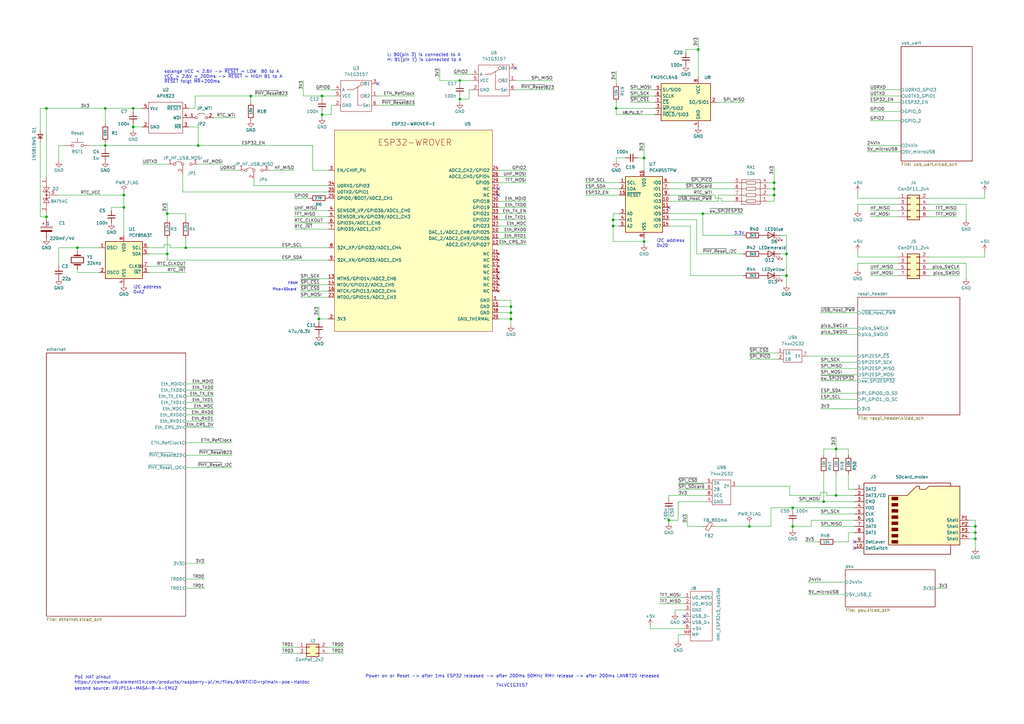
<source format=kicad_sch>
(kicad_sch (version 20211123) (generator eeschema)
  (paper "A3")
  (title_block (title "EsPiFF ESP32 in RasPi form factor") (date "2022-06-07") (rev "3"))
  (junction (at 130.81 130.81))
  (junction (at 19.05 44.45))
  (junction (at 50.8 85.09))
  (junction (at 43.18 59.69))
  (junction (at 251.46 90.17))
  (junction (at 317.5 77.47))
  (junction (at 81.28 59.69))
  (junction (at 31.75 101.6))
  (junction (at 325.12 208.28))
  (junction (at 68.58 87.63))
  (junction (at 325.12 215.9))
  (junction (at 188.595 40.64))
  (junction (at 188.595 33.02))
  (junction (at 307.34 215.9))
  (junction (at 68.58 104.14))
  (junction (at 76.2 101.6))
  (junction (at 288.29 87.63))
  (junction (at 209.55 125.73))
  (junction (at 264.16 64.77))
  (junction (at 251.46 92.71))
  (junction (at 322.58 104.14))
  (junction (at 19.05 88.9))
  (junction (at 43.18 44.45))
  (junction (at 317.5 74.93))
  (junction (at 50.8 80.01))
  (junction (at 317.5 80.01))
  (junction (at 322.58 113.03))
  (junction (at 102.87 39.37))
  (junction (at 400.05 215.9))
  (junction (at 264.16 99.06))
  (junction (at 252.73 44.45))
  (junction (at 132.08 46.99))
  (junction (at 54.61 52.07))
  (junction (at 342.9 203.2))
  (junction (at 274.32 213.36))
  (junction (at 400.05 220.98))
  (junction (at 209.55 130.81))
  (junction (at 342.9 184.15))
  (junction (at 286.385 20.32))
  (junction (at 54.61 44.45))
  (junction (at 337.82 205.74))
  (junction (at 209.55 128.27))
  (junction (at 400.05 218.44))
  (junction (at 132.08 39.37))
  (no_connect (at 211.455 27.94))
  (no_connect (at 350.52 222.25))
  (no_connect (at 350.52 224.79))
  (no_connect (at 280.67 255.27))
  (no_connect (at 280.67 252.73))
  (no_connect (at 204.47 77.47))
  (no_connect (at 204.47 80.01))
  (no_connect (at 154.94 34.29))
  (no_connect (at 274.32 85.09))
  (wire (pts (xy 102.87 39.37) (xy 102.87 41.91)))
  (wire (pts (xy 69.85 101.6) (xy 69.85 100.33)))
  (wire (pts (xy 295.91 82.55) (xy 300.99 82.55)))
  (wire (pts (xy 43.18 59.69) (xy 81.28 59.69)))
  (wire (pts (xy 281.94 210.82) (xy 281.94 215.9)))
  (wire (pts (xy 278.13 213.36) (xy 274.32 213.36)))
  (wire (pts (xy 204.47 95.25) (xy 215.9 95.25)))
  (wire (pts (xy 188.595 39.37) (xy 188.595 40.64)))
  (wire (pts (xy 307.34 144.78) (xy 318.77 144.78)))
  (wire (pts (xy 396.24 83.82) (xy 396.24 90.17)))
  (wire (pts (xy 397.51 213.36) (xy 400.05 213.36)))
  (wire (pts (xy 19.05 87.63) (xy 19.05 88.9)))
  (wire (pts (xy 381 81.28) (xy 403.86 81.28)))
  (wire (pts (xy 209.55 128.27) (xy 209.55 130.81)))
  (wire (pts (xy 355.6 62.23) (xy 369.57 62.23)))
  (wire (pts (xy 24.13 80.01) (xy 50.8 80.01)))
  (wire (pts (xy 350.52 218.44) (xy 347.98 218.44)))
  (wire (pts (xy 347.98 184.15) (xy 347.98 186.69)))
  (wire (pts (xy 19.05 44.45) (xy 43.18 44.45)))
  (wire (pts (xy 76.2 181.61) (xy 95.25 181.61)))
  (wire (pts (xy 317.5 74.93) (xy 317.5 77.47)))
  (wire (pts (xy 351.79 107.95) (xy 351.79 110.49)))
  (wire (pts (xy 381 105.41) (xy 403.86 105.41)))
  (wire (pts (xy 60.96 104.14) (xy 68.58 104.14)))
  (wire (pts (xy 115.57 267.97) (xy 121.92 267.97)))
  (wire (pts (xy 188.595 33.02) (xy 193.675 33.02)))
  (wire (pts (xy 76.2 172.72) (xy 87.63 172.72)))
  (wire (pts (xy 317.5 67.945) (xy 317.5 74.93)))
  (wire (pts (xy 134.62 267.97) (xy 140.97 267.97)))
  (wire (pts (xy 19.05 88.9) (xy 19.05 90.17)))
  (wire (pts (xy 76.2 167.64) (xy 87.63 167.64)))
  (wire (pts (xy 134.62 106.68) (xy 68.58 106.68)))
  (wire (pts (xy 331.47 238.76) (xy 346.71 238.76)))
  (wire (pts (xy 76.2 241.3) (xy 83.82 241.3)))
  (wire (pts (xy 323.85 203.2) (xy 336.55 203.2)))
  (wire (pts (xy 258.445 36.83) (xy 268.605 36.83)))
  (wire (pts (xy 400.05 215.9) (xy 400.05 218.44)))
  (wire (pts (xy 336.55 134.62) (xy 351.79 134.62)))
  (wire (pts (xy 76.2 157.48) (xy 87.63 157.48)))
  (wire (pts (xy 24.13 59.69) (xy 26.67 59.69)))
  (wire (pts (xy 254 87.63) (xy 251.46 87.63)))
  (wire (pts (xy 356.87 49.53) (xy 369.57 49.53)))
  (wire (pts (xy 50.8 96.52) (xy 50.8 85.09)))
  (wire (pts (xy 137.16 43.18) (xy 135.89 43.18)))
  (wire (pts (xy 137.16 39.37) (xy 132.08 39.37)))
  (wire (pts (xy 40.64 111.76) (xy 31.75 111.76)))
  (wire (pts (xy 204.47 97.79) (xy 215.9 97.79)))
  (wire (pts (xy 381 83.82) (xy 396.24 83.82)))
  (wire (pts (xy 110.49 69.85) (xy 120.65 69.85)))
  (wire (pts (xy 320.04 96.52) (xy 322.58 96.52)))
  (wire (pts (xy 381 110.49) (xy 393.7 110.49)))
  (wire (pts (xy 261.62 64.77) (xy 264.16 64.77)))
  (wire (pts (xy 347.98 194.31) (xy 347.98 200.66)))
  (wire (pts (xy 351.79 105.41) (xy 368.3 105.41)))
  (wire (pts (xy 356.87 36.83) (xy 369.57 36.83)))
  (wire (pts (xy 76.2 170.18) (xy 87.63 170.18)))
  (wire (pts (xy 251.46 90.17) (xy 251.46 92.71)))
  (wire (pts (xy 16.51 58.42) (xy 16.51 88.9)))
  (wire (pts (xy 58.42 44.45) (xy 54.61 44.45)))
  (wire (pts (xy 288.29 96.52) (xy 304.8 96.52)))
  (wire (pts (xy 351.79 81.28) (xy 351.79 78.74)))
  (wire (pts (xy 120.65 86.36) (xy 134.62 86.36)))
  (wire (pts (xy 300.99 80.01) (xy 294.64 80.01)))
  (wire (pts (xy 317.5 82.55) (xy 314.96 82.55)))
  (wire (pts (xy 135.89 46.99) (xy 132.08 46.99)))
  (wire (pts (xy 274.32 203.2) (xy 274.32 204.47)))
  (wire (pts (xy 120.65 91.44) (xy 134.62 91.44)))
  (wire (pts (xy 342.9 184.15) (xy 342.9 186.69)))
  (wire (pts (xy 278.13 205.74) (xy 278.13 213.36)))
  (wire (pts (xy 314.96 80.01) (xy 317.5 80.01)))
  (wire (pts (xy 281.305 21.59) (xy 281.305 20.32)))
  (wire (pts (xy 307.34 214.63) (xy 307.34 215.9)))
  (wire (pts (xy 336.55 151.13) (xy 351.79 151.13)))
  (wire (pts (xy 43.18 44.45) (xy 54.61 44.45)))
  (wire (pts (xy 76.2 162.56) (xy 87.63 162.56)))
  (wire (pts (xy 289.56 205.74) (xy 278.13 205.74)))
  (wire (pts (xy 280.67 257.81) (xy 266.7 257.81)))
  (wire (pts (xy 102.87 39.37) (xy 118.11 39.37)))
  (wire (pts (xy 264.16 99.06) (xy 264.16 100.33)))
  (wire (pts (xy 397.51 215.9) (xy 400.05 215.9)))
  (wire (pts (xy 68.58 87.63) (xy 76.2 87.63)))
  (wire (pts (xy 288.29 87.63) (xy 288.29 96.52)))
  (wire (pts (xy 368.3 107.95) (xy 351.79 107.95)))
  (wire (pts (xy 188.595 33.02) (xy 188.595 34.29)))
  (wire (pts (xy 188.595 40.64) (xy 188.595 41.91)))
  (wire (pts (xy 337.82 186.69) (xy 337.82 184.15)))
  (wire (pts (xy 252.73 29.21) (xy 252.73 34.29)))
  (wire (pts (xy 123.19 114.3) (xy 134.62 114.3)))
  (wire (pts (xy 293.37 81.28) (xy 295.91 81.28)))
  (wire (pts (xy 60.96 101.6) (xy 67.31 101.6)))
  (wire (pts (xy 283.21 92.71) (xy 283.21 113.03)))
  (wire (pts (xy 76.2 165.1) (xy 87.63 165.1)))
  (wire (pts (xy 274.32 77.47) (xy 300.99 77.47)))
  (wire (pts (xy 397.51 220.98) (xy 400.05 220.98)))
  (wire (pts (xy 336.55 161.29) (xy 351.79 161.29)))
  (wire (pts (xy 132.08 39.37) (xy 132.08 40.64)))
  (wire (pts (xy 288.29 87.63) (xy 304.8 87.63)))
  (wire (pts (xy 356.87 39.37) (xy 369.57 39.37)))
  (wire (pts (xy 336.55 128.27) (xy 351.79 128.27)))
  (wire (pts (xy 278.13 198.12) (xy 289.56 198.12)))
  (wire (pts (xy 332.74 215.9) (xy 332.74 213.36)))
  (wire (pts (xy 31.75 101.6) (xy 24.13 101.6)))
  (wire (pts (xy 81.28 59.69) (xy 128.27 59.69)))
  (wire (pts (xy 280.67 250.19) (xy 276.86 250.19)))
  (wire (pts (xy 336.55 201.93) (xy 336.55 203.2)))
  (wire (pts (xy 115.57 265.43) (xy 121.92 265.43)))
  (wire (pts (xy 337.82 205.74) (xy 337.82 194.31)))
  (wire (pts (xy 251.46 92.71) (xy 254 92.71)))
  (wire (pts (xy 120.65 88.9) (xy 134.62 88.9)))
  (wire (pts (xy 331.47 243.84) (xy 346.71 243.84)))
  (wire (pts (xy 120.65 81.28) (xy 127 81.28)))
  (wire (pts (xy 76.2 186.69) (xy 95.25 186.69)))
  (wire (pts (xy 204.47 85.09) (xy 215.9 85.09)))
  (wire (pts (xy 186.055 30.48) (xy 193.675 30.48)))
  (wire (pts (xy 317.5 80.01) (xy 317.5 82.55)))
  (wire (pts (xy 397.51 218.44) (xy 400.05 218.44)))
  (wire (pts (xy 76.2 237.49) (xy 83.82 237.49)))
  (wire (pts (xy 274.32 74.93) (xy 300.99 74.93)))
  (wire (pts (xy 24.13 101.6) (xy 24.13 109.22)))
  (wire (pts (xy 69.85 100.33) (xy 67.31 100.33)))
  (wire (pts (xy 264.16 58.42) (xy 264.16 64.77)))
  (wire (pts (xy 204.47 87.63) (xy 215.9 87.63)))
  (wire (pts (xy 351.79 83.82) (xy 351.79 86.36)))
  (wire (pts (xy 286.385 15.24) (xy 286.385 20.32)))
  (wire (pts (xy 192.405 36.83) (xy 192.405 40.64)))
  (wire (pts (xy 132.08 46.99) (xy 132.08 48.26)))
  (wire (pts (xy 123.19 116.84) (xy 134.62 116.84)))
  (wire (pts (xy 342.9 184.15) (xy 347.98 184.15)))
  (wire (pts (xy 180.34 33.02) (xy 188.595 33.02)))
  (wire (pts (xy 68.58 83.185) (xy 68.58 87.63)))
  (wire (pts (xy 204.47 130.81) (xy 209.55 130.81)))
  (wire (pts (xy 68.58 104.14) (xy 68.58 97.79)))
  (wire (pts (xy 294.005 41.91) (xy 305.435 41.91)))
  (wire (pts (xy 264.16 97.79) (xy 264.16 99.06)))
  (wire (pts (xy 325.12 215.9) (xy 332.74 215.9)))
  (wire (pts (xy 317.5 77.47) (xy 317.5 80.01)))
  (wire (pts (xy 356.87 86.36) (xy 368.3 86.36)))
  (wire (pts (xy 274.32 213.36) (xy 274.32 214.63)))
  (wire (pts (xy 302.26 199.39) (xy 323.85 199.39)))
  (wire (pts (xy 251.46 90.17) (xy 254 90.17)))
  (wire (pts (xy 130.81 130.81) (xy 130.81 132.08)))
  (wire (pts (xy 320.04 104.14) (xy 322.58 104.14)))
  (wire (pts (xy 204.47 100.33) (xy 215.9 100.33)))
  (wire (pts (xy 356.87 113.03) (xy 368.3 113.03)))
  (wire (pts (xy 330.2 222.25) (xy 335.28 222.25)))
  (wire (pts (xy 274.32 87.63) (xy 288.29 87.63)))
  (wire (pts (xy 278.13 260.35) (xy 278.13 262.89)))
  (wire (pts (xy 58.42 67.31) (xy 68.58 67.31)))
  (wire (pts (xy 322.58 113.03) (xy 322.58 116.84)))
  (wire (pts (xy 204.47 69.85) (xy 215.9 69.85)))
  (wire (pts (xy 283.21 113.03) (xy 304.8 113.03)))
  (wire (pts (xy 43.18 50.8) (xy 43.18 44.45)))
  (wire (pts (xy 54.61 50.8) (xy 54.61 52.07)))
  (wire (pts (xy 31.75 101.6) (xy 31.75 102.87)))
  (wire (pts (xy 54.61 52.07) (xy 54.61 53.34)))
  (wire (pts (xy 80.01 39.37) (xy 102.87 39.37)))
  (wire (pts (xy 276.86 250.19) (xy 276.86 251.46)))
  (wire (pts (xy 278.13 200.66) (xy 289.56 200.66)))
  (wire (pts (xy 316.23 208.28) (xy 325.12 208.28)))
  (wire (pts (xy 252.73 41.91) (xy 252.73 44.45)))
  (wire (pts (xy 266.7 257.81) (xy 266.7 256.54)))
  (wire (pts (xy 396.24 107.95) (xy 396.24 114.3)))
  (wire (pts (xy 154.94 43.18) (xy 170.18 43.18)))
  (wire (pts (xy 336.55 167.64) (xy 351.79 167.64)))
  (wire (pts (xy 274.32 82.55) (xy 294.64 82.55)))
  (wire (pts (xy 130.81 125.73) (xy 130.81 130.81)))
  (wire (pts (xy 381 113.03) (xy 393.7 113.03)))
  (wire (pts (xy 36.83 59.69) (xy 43.18 59.69)))
  (wire (pts (xy 350.52 203.2) (xy 342.9 203.2)))
  (wire (pts (xy 204.47 92.71) (xy 215.9 92.71)))
  (wire (pts (xy 337.82 184.15) (xy 342.9 184.15)))
  (wire (pts (xy 180.34 33.02) (xy 180.34 27.94)))
  (wire (pts (xy 400.05 218.44) (xy 400.05 220.98)))
  (wire (pts (xy 342.9 203.2) (xy 342.9 194.31)))
  (wire (pts (xy 256.54 64.77) (xy 252.73 64.77)))
  (wire (pts (xy 307.34 147.32) (xy 318.77 147.32)))
  (wire (pts (xy 336.55 137.16) (xy 351.79 137.16)))
  (wire (pts (xy 347.98 222.25) (xy 342.9 222.25)))
  (wire (pts (xy 54.61 52.07) (xy 58.42 52.07)))
  (wire (pts (xy 336.55 163.83) (xy 351.79 163.83)))
  (wire (pts (xy 325.12 214.63) (xy 325.12 215.9)))
  (wire (pts (xy 76.2 175.26) (xy 87.63 175.26)))
  (wire (pts (xy 293.37 215.9) (xy 307.34 215.9)))
  (wire (pts (xy 285.75 90.17) (xy 285.75 104.14)))
  (wire (pts (xy 209.55 123.19) (xy 209.55 125.73)))
  (wire (pts (xy 336.55 153.67) (xy 351.79 153.67)))
  (wire (pts (xy 31.75 111.76) (xy 31.75 110.49)))
  (wire (pts (xy 286.385 20.32) (xy 286.385 31.75)))
  (wire (pts (xy 124.46 33.02) (xy 124.46 39.37)))
  (wire (pts (xy 135.89 43.18) (xy 135.89 46.99)))
  (wire (pts (xy 40.64 101.6) (xy 31.75 101.6)))
  (wire (pts (xy 45.72 86.36) (xy 45.72 85.09)))
  (wire (pts (xy 274.32 209.55) (xy 274.32 213.36)))
  (wire (pts (xy 134.62 69.85) (xy 128.27 69.85)))
  (wire (pts (xy 19.05 44.45) (xy 16.51 44.45)))
  (wire (pts (xy 129.54 36.83) (xy 137.16 36.83)))
  (wire (pts (xy 347.98 218.44) (xy 347.98 222.25)))
  (wire (pts (xy 342.9 179.07) (xy 342.9 184.15)))
  (wire (pts (xy 240.03 77.47) (xy 254 77.47)))
  (wire (pts (xy 251.46 87.63) (xy 251.46 90.17)))
  (wire (pts (xy 154.94 39.37) (xy 170.18 39.37)))
  (wire (pts (xy 342.9 203.2) (xy 339.09 203.2)))
  (wire (pts (xy 339.09 203.2) (xy 339.09 201.93)))
  (wire (pts (xy 54.61 44.45) (xy 54.61 45.72)))
  (wire (pts (xy 24.13 59.69) (xy 24.13 66.04)))
  (wire (pts (xy 316.23 215.9) (xy 316.23 208.28)))
  (wire (pts (xy 351.79 102.87) (xy 351.79 105.41)))
  (wire (pts (xy 368.3 83.82) (xy 351.79 83.82)))
  (wire (pts (xy 252.73 44.45) (xy 268.605 44.45)))
  (wire (pts (xy 76.2 231.14) (xy 83.82 231.14)))
  (wire (pts (xy 81.28 67.31) (xy 91.44 67.31)))
  (wire (pts (xy 295.91 81.28) (xy 295.91 82.55)))
  (wire (pts (xy 134.62 265.43) (xy 140.97 265.43)))
  (wire (pts (xy 274.32 90.17) (xy 285.75 90.17)))
  (wire (pts (xy 274.32 80.01) (xy 293.37 80.01)))
  (wire (pts (xy 252.73 46.99) (xy 268.605 46.99)))
  (wire (pts (xy 322.58 104.14) (xy 322.58 113.03)))
  (wire (pts (xy 68.58 90.17) (xy 68.58 87.63)))
  (wire (pts (xy 258.445 39.37) (xy 268.605 39.37)))
  (wire (pts (xy 285.75 104.14) (xy 304.8 104.14)))
  (wire (pts (xy 19.05 72.39) (xy 19.05 44.45)))
  (wire (pts (xy 252.73 44.45) (xy 252.73 46.99)))
  (wire (pts (xy 350.52 200.66) (xy 347.98 200.66)))
  (wire (pts (xy 204.47 128.27) (xy 209.55 128.27)))
  (wire (pts (xy 204.47 82.55) (xy 215.9 82.55)))
  (wire (pts (xy 327.66 205.74) (xy 337.82 205.74)))
  (wire (pts (xy 270.51 247.65) (xy 280.67 247.65)))
  (wire (pts (xy 76.2 160.02) (xy 87.63 160.02)))
  (wire (pts (xy 204.47 123.19) (xy 209.55 123.19)))
  (wire (pts (xy 209.55 125.73) (xy 209.55 128.27)))
  (wire (pts (xy 204.47 72.39) (xy 215.9 72.39)))
  (wire (pts (xy 356.87 110.49) (xy 368.3 110.49)))
  (wire (pts (xy 16.51 44.45) (xy 16.51 53.34)))
  (wire (pts (xy 332.74 213.36) (xy 350.52 213.36)))
  (wire (pts (xy 240.03 80.01) (xy 254 80.01)))
  (wire (pts (xy 211.455 33.02) (xy 226.695 33.02)))
  (wire (pts (xy 123.19 119.38) (xy 134.62 119.38)))
  (wire (pts (xy 60.96 111.76) (xy 76.2 111.76)))
  (wire (pts (xy 336.55 215.9) (xy 350.52 215.9)))
  (wire (pts (xy 60.96 109.22) (xy 76.2 109.22)))
  (wire (pts (xy 264.16 99.06) (xy 251.46 99.06)))
  (wire (pts (xy 204.47 74.93) (xy 215.9 74.93)))
  (wire (pts (xy 274.32 92.71) (xy 283.21 92.71)))
  (wire (pts (xy 356.87 41.91) (xy 369.57 41.91)))
  (wire (pts (xy 74.93 71.12) (xy 74.93 78.74)))
  (wire (pts (xy 351.79 81.28) (xy 368.3 81.28)))
  (wire (pts (xy 356.87 45.72) (xy 369.57 45.72)))
  (wire (pts (xy 240.03 74.93) (xy 254 74.93)))
  (wire (pts (xy 281.305 20.32) (xy 286.385 20.32)))
  (wire (pts (xy 123.19 121.92) (xy 134.62 121.92)))
  (wire (pts (xy 252.73 64.77) (xy 252.73 66.04)))
  (wire (pts (xy 400.05 220.98) (xy 400.05 224.79)))
  (wire (pts (xy 251.46 92.71) (xy 251.46 99.06)))
  (wire (pts (xy 90.17 69.85) (xy 97.79 69.85)))
  (wire (pts (xy 307.34 215.9) (xy 316.23 215.9)))
  (wire (pts (xy 134.62 76.2) (xy 104.14 76.2)))
  (wire (pts (xy 204.47 125.73) (xy 209.55 125.73)))
  (wire (pts (xy 76.2 191.77) (xy 95.25 191.77)))
  (wire (pts (xy 403.86 78.74) (xy 403.86 81.28)))
  (wire (pts (xy 336.55 148.59) (xy 351.79 148.59)))
  (wire (pts (xy 323.85 199.39) (xy 323.85 203.2)))
  (wire (pts (xy 294.64 80.01) (xy 294.64 82.55)))
  (wire (pts (xy 87.63 48.26) (xy 96.52 48.26)))
  (wire (pts (xy 43.18 59.69) (xy 43.18 60.96)))
  (wire (pts (xy 16.51 88.9) (xy 19.05 88.9)))
  (wire (pts (xy 45.72 85.09) (xy 50.8 85.09)))
  (wire (pts (xy 50.8 78.74) (xy 50.8 80.01)))
  (wire (pts (xy 331.47 146.05) (xy 351.79 146.05)))
  (wire (pts (xy 280.67 260.35) (xy 278.13 260.35)))
  (wire (pts (xy 355.6 59.69) (xy 369.57 59.69)))
  (wire (pts (xy 274.32 203.2) (xy 289.56 203.2)))
  (wire (pts (xy 314.96 77.47) (xy 317.5 77.47)))
  (wire (pts (xy 204.47 90.17) (xy 215.9 90.17)))
  (wire (pts (xy 403.86 105.41) (xy 403.86 102.87)))
  (wire (pts (xy 288.29 215.9) (xy 281.94 215.9)))
  (wire (pts (xy 81.28 52.07) (xy 81.28 59.69)))
  (wire (pts (xy 325.12 208.28) (xy 325.12 209.55)))
  (wire (pts (xy 104.14 73.66) (xy 104.14 76.2)))
  (wire (pts (xy 211.455 36.83) (xy 227.33 36.83)))
  (wire (pts (xy 350.52 205.74) (xy 337.82 205.74)))
  (wire (pts (xy 76.2 87.63) (xy 76.2 90.17)))
  (wire (pts (xy 209.55 130.81) (xy 209.55 133.35)))
  (wire (pts (xy 128.27 69.85) (xy 128.27 59.69)))
  (wire (pts (xy 314.96 74.93) (xy 317.5 74.93)))
  (wire (pts (xy 134.62 101.6) (xy 76.2 101.6)))
  (wire (pts (xy 132.08 39.37) (xy 124.46 39.37)))
  (wire (pts (xy 339.09 201.93) (xy 336.55 201.93)))
  (wire (pts (xy 264.16 64.77) (xy 264.16 69.85)))
  (wire (pts (xy 132.08 45.72) (xy 132.08 46.99)))
  (wire (pts (xy 322.58 113.03) (xy 320.04 113.03)))
  (wire (pts (xy 293.37 80.01) (xy 293.37 81.28)))
  (wire (pts (xy 400.05 213.36) (xy 400.05 215.9)))
  (wire (pts (xy 77.47 44.45) (xy 80.01 44.45)))
  (wire (pts (xy 77.47 52.07) (xy 81.28 52.07)))
  (wire (pts (xy 134.62 78.74) (xy 74.93 78.74)))
  (wire (pts (xy 76.2 101.6) (xy 69.85 101.6)))
  (wire (pts (xy 381 107.95) (xy 396.24 107.95)))
  (wire (pts (xy 192.405 40.64) (xy 188.595 40.64)))
  (wire (pts (xy 193.675 36.83) (xy 192.405 36.83)))
  (wire (pts (xy 270.51 245.11) (xy 280.67 245.11)))
  (wire (pts (xy 325.12 208.28) (xy 350.52 208.28)))
  (wire (pts (xy 381 88.9) (xy 392.43 88.9)))
  (wire (pts (xy 383.54 241.3) (xy 388.62 241.3)))
  (wire (pts (xy 336.55 156.21) (xy 351.79 156.21)))
  (wire (pts (xy 134.62 130.81) (xy 130.81 130.81)))
  (wire (pts (xy 50.8 85.09) (xy 50.8 80.01)))
  (wire (pts (xy 120.65 93.98) (xy 134.62 93.98)))
  (wire (pts (xy 322.58 96.52) (xy 322.58 104.14)))
  (wire (pts (xy 356.87 88.9) (xy 368.3 88.9)))
  (wire (pts (xy 325.12 215.9) (xy 325.12 217.17)))
  (wire (pts (xy 43.18 58.42) (xy 43.18 59.69)))
  (wire (pts (xy 68.58 106.68) (xy 68.58 104.14)))
  (wire (pts (xy 258.445 41.91) (xy 268.605 41.91)))
  (wire (pts (xy 336.55 210.82) (xy 350.52 210.82)))
  (wire (pts (xy 67.31 100.33) (xy 67.31 101.6)))
  (wire (pts (xy 76.2 101.6) (xy 76.2 97.79)))
  (wire (pts (xy 381 86.36) (xy 392.43 86.36)))
  (wire (pts (xy 80.01 44.45) (xy 80.01 39.37)))
  (text "Power on or Reset -> after 1ms ESP32 released -> after 200ms 50MHz RMII release -> after 200ms LAN8720 released" (at 149.86 278.13 0) (effects (font (size 1.27 1.27)) (justify left bottom)))
  (text "Pico+SDcard" (at 111.76 119.38 0) (effects (font (size 1 1)) (justify left bottom)))
  (text "3.3V" (at 300.99 96.52 0) (effects (font (size 1.27 1.27)) (justify left bottom)))
  (text "I2C address\n0x20" (at 269.24 101.6 0) (effects (font (size 1.27 1.27)) (justify left bottom)))
  (text "solange VCC < 2.6V -> ~{RESET} = LOW  B0 to A\nVCC > 2.6V + 200ms -> ~{RESET} = HIGH B1 to A\n~{RESET} folgt ~{MR}+200ms" (at 67.31 34.29 0) (effects (font (size 1.27 1.27)) (justify left bottom)))
  (text "PoE HAT pinout\nhttps://community.element14.com/products/raspberry-pi/m/files/649?ICID=rpimain-poe-Hatdoc" (at 30.48 280.67 0) (effects (font (size 1.27 1.27)) (justify left bottom)))
  (text "second source: ARJP11A-MASA-B-A-EMU2" (at 30.48 283.21 0) (effects (font (size 1.27 1.27)) (justify left bottom)))
  (text "I2C address\n0xA2 " (at 54.61 120.65 0) (effects (font (size 1.27 1.27)) (justify left bottom)))
  (text "FRAM" (at 118.11 116.84 0) (effects (font (size 1 1)) (justify left bottom)))
  (text "L: B0(pin 3) is connected to A\nH: B1(pin 1) is connected to A" (at 158.75 25.4 0) (effects (font (size 1.27 1.27)) (justify left bottom)))
  (text "74LVC1G3157" (at 203.2 281.94 0) (effects (font (size 1.27 1.27)) (justify left bottom)))
  (text "1" (at 19.05 92.71 0) (effects (font (size 1.27 1.27)) (justify left bottom)))
  (label "Eth_RXD1" (at 87.63 172.72 180))
  (label "~{SPI_PICO}" (at 292.1 74.93 180))
  (label "3V3" (at 83.82 231.14 180))
  (label "Eth_TXD1" (at 87.63 165.1 180))
  (label "~{USB_Host_PWR}" (at 292.1 82.55 180))
  (label "GPIO2" (at 186.055 30.48 0))
  (label "HF_MISO" (at 356.87 86.36 0))
  (label "~{PHY_Reset}_I2C" (at 95.25 191.77 180))
  (label "~{USB_Host_PWR}" (at 336.55 128.27 0))
  (label "TFT_MISO" (at 120.65 88.9 0))
  (label "3V3" (at 388.62 241.3 180))
  (label "SPI_MOSI" (at 327.66 205.74 0))
  (label "3V3" (at 342.9 179.07 270))
  (label "TFT_MOSI" (at 270.51 245.11 0))
  (label "Eth_TXD0" (at 87.63 160.02 180))
  (label "RTC_~{INT}" (at 76.2 111.76 180))
  (label "3V3" (at 68.58 83.185 270))
  (label "~{PHY_Reset}823" (at 95.25 186.69 180))
  (label "~{SPI_CS0}" (at 123.19 119.38 0))
  (label "pico_SWDIO" (at 393.7 113.03 180))
  (label "SPI_MOSI" (at 258.445 36.83 0))
  (label "3V3" (at 286.385 15.24 270))
  (label "24Vin" (at 331.47 238.76 0))
  (label "3V3" (at 278.13 203.2 0))
  (label "RTC_WTI" (at 292.1 80.01 180))
  (label "24Vin" (at 355.6 59.69 0))
  (label "TR03" (at 115.57 267.97 0))
  (label "Eth_MDC" (at 215.9 92.71 180))
  (label "~{SPI_PICO}" (at 307.34 147.32 0))
  (label "3V3" (at 336.55 167.64 0))
  (label "3V3" (at 281.94 210.82 270))
  (label "SPI_MOSI" (at 336.55 153.67 0))
  (label "pico_SWCLK" (at 393.7 110.49 180))
  (label "ESP32_EN" (at 240.03 80.01 0))
  (label "~{SPI_CS0}" (at 278.13 198.12 0))
  (label "SPI_SCK" (at 336.55 148.59 0))
  (label "TR00" (at 83.82 237.49 180))
  (label "HF_MOSI" (at 356.87 88.9 0))
  (label "~{PHY_Reset}_I2C" (at 302.26 104.14 180))
  (label "Eth_RXD0" (at 215.9 95.25 180))
  (label "~{PHY_Reset}823" (at 170.18 43.18 180))
  (label "Eth_TX_EN" (at 215.9 87.63 180))
  (label "SPI_MISO" (at 305.435 41.91 180))
  (label "~{SPI_SDcard}" (at 292.1 77.47 180))
  (label "UHF_MISO" (at 356.87 110.49 0))
  (label "TR02" (at 140.97 267.97 180))
  (label "3V3" (at 130.81 125.73 270))
  (label "U8_PU_3_7" (at 255.27 46.99 0) (effects (font (size 1 1))))
  (label "SPI_MISO" (at 226.695 33.02 180))
  (label "HF_MOSI" (at 91.44 67.31 180))
  (label "SPI_MISO" (at 336.55 215.9 0))
  (label "Eth_MDIO" (at 87.63 157.48 180))
  (label "SPI_MISO" (at 336.55 151.13 0))
  (label "ETH_RefClock" (at 95.25 181.61 180))
  (label "SPI_SCK" (at 336.55 210.82 0))
  (label "3V3" (at 252.73 29.21 270))
  (label "RTC_CLKOUT" (at 76.2 109.22 180))
  (label "U0TXD" (at 356.87 39.37 0))
  (label "RTC_CLKOUT" (at 120.65 91.44 0))
  (label "HF_MISO" (at 120.65 69.85 180))
  (label "TR01" (at 115.57 265.43 0))
  (label "~{PHY_Reset}823" (at 227.33 36.83 180))
  (label "ESP32_EN" (at 99.06 59.69 0))
  (label "U0RXD" (at 356.87 36.83 0))
  (label "UHF_MOSI" (at 356.87 113.03 0))
  (label "~{SPI_SDcard}" (at 278.13 200.66 0))
  (label "3V3" (at 330.2 222.25 0))
  (label "UHF_MISO" (at 120.65 86.36 0))
  (label "ESP_SDA" (at 115.57 106.68 0))
  (label "Eth_RXD0" (at 87.63 170.18 180))
  (label "ESP_SCL" (at 115.57 101.6 0))
  (label "Eth_RXD1" (at 215.9 97.79 180))
  (label "5V_microUSB" (at 355.6 62.23 0))
  (label "pico_SWCLK" (at 336.55 134.62 0))
  (label "GPIO2" (at 215.9 69.85 180))
  (label "U0TXD" (at 58.42 67.31 0))
  (label "5V_microUSB" (at 331.47 243.84 0))
  (label "GPIO0" (at 129.54 36.83 0))
  (label "ESP_SDA" (at 336.55 161.29 0))
  (label "U0RXD" (at 90.17 69.85 0))
  (label "TR00" (at 140.97 265.43 180))
  (label "TFT_MOSI" (at 392.43 88.9 180))
  (label "RTC_WTI" (at 96.52 48.26 180))
  (label "TFT_MISO" (at 392.43 86.36 180))
  (label "GPIO0" (at 356.87 45.72 0))
  (label "Eth_CRS_DV" (at 87.63 175.26 180))
  (label "Eth_MDIO" (at 215.9 82.55 180))
  (label "ESP_SCL" (at 240.03 74.93 0))
  (label "~{SPI_CS1}" (at 258.445 41.91 0))
  (label "RTC_~{INT}" (at 120.65 93.98 0))
  (label "~{SPI_CS1}" (at 123.19 116.84 0))
  (label "3V3" (at 33.02 44.45 0))
  (label "ESP_SCL" (at 336.55 163.83 0))
  (label "Eth_CRS_DV" (at 215.9 100.33 180))
  (label "3V3" (at 264.16 58.42 270))
  (label "UHF_MOSI" (at 215.9 72.39 180))
  (label "Eth_TXD0" (at 215.9 85.09 180))
  (label "~{sw_SPI2ESP32}" (at 304.8 87.63 180))
  (label "Eth_TXD1" (at 215.9 90.17 180))
  (label "GPIO2" (at 356.87 49.53 0))
  (label "RTC_VCC" (at 33.02 80.01 0))
  (label "3V3" (at 317.5 67.945 270))
  (label "ESP_SDA" (at 240.03 77.47 0))
  (label "ETH_RefClock" (at 170.18 39.37 180))
  (label "TFT_MOSI" (at 215.9 74.93 180))
  (label "~{PHY_Reset}823" (at 118.11 39.37 180))
  (label "SPI_SCK" (at 123.19 114.3 0))
  (label "TFT_MISO" (at 270.51 247.65 0))
  (label "GPIO0" (at 120.65 81.28 0))
  (label "3V3" (at 180.34 27.94 270))
  (label "SPI_MOSI" (at 123.19 121.92 0))
  (label "3V3" (at 124.46 33.02 270))
  (label "~{SPI_CS0}" (at 307.34 144.78 0))
  (label "TR01" (at 83.82 241.3 180))
  (label "Eth_MDC" (at 87.63 167.64 180))
  (label "~{sw_SPI2ESP32}" (at 336.55 156.21 0))
  (label "pico_SWDIO" (at 336.55 137.16 0))
  (label "ESP32_EN" (at 356.87 41.91 0))
  (label "SPI_SCK" (at 258.445 39.37 0))
  (label "Eth_TX_EN" (at 87.63 162.56 180))
  (symbol (lib_id "power:GND") (at 351.79 86.36 0) (unit 1)
    (property "Reference" "#PWR099" (effects hide))
    (property "Value" "GND" (at 351.79 90.17 0))
  )
  (symbol (lib_id "power:GND") (at 276.86 251.46 0) (unit 1)
    (property "Reference" "#PWR09" (effects hide))
    (property "Value" "GND" (at 276.86 255.27 0))
  )
  (symbol (lib_id "power:+5V") (at 266.7 256.54 0) (unit 1)
    (property "Reference" "#PWR02" (effects hide))
    (property "Value" "+5V" (at 266.7 252.73 0))
  )
  (symbol (lib_id "power:GND") (at 188.595 41.91 0) (unit 1)
    (property "Reference" "#PWR027" (effects hide))
    (property "Value" "GND" (at 188.595 45.72 0))
  )
  (symbol (lib_id "power:PWR_FLAG") (at 307.34 214.63 0) (unit 1)
    (property "Reference" "#FLG03" (effects hide))
    (property "Value" "PWR_FLAG" (at 307.34 210.82 0))
  )
  (symbol (lib_id "power:GND") (at 281.305 26.67 0) (unit 1)
    (property "Reference" "#PWR035" (effects hide))
    (property "Value" "GND" (at 281.305 30.48 0))
  )
  (symbol (lib_id "Device:C_Small") (at 325.12 212.09 0) (unit 1)
    (property "Reference" "C55" (at 320.04 209.55 0) (effects (justify left)))
    (property "Value" "100n" (at 326.39 209.55 0) (effects (justify left)))
    (property "Footprint" "Capacitor_SMD:C_0603_1608Metric" (effects hide))
    (property "MfgNo" "CC0603KRX7R9BB104" (effects hide))
    (property "price@1" "0.003" (effects hide))
    (property "price@reel" "0.002" (effects hide))
    (property "JCLPCB" "C14663" (effects hide))
  )
  (symbol (lib_id "Jumper:Jumper_2_Open") (at 82.55 48.26 0) (unit 1)
    (property "Reference" "JP2" (at 82.55 50.8 0))
    (property "Value" "JP_WTI" (at 83.82 44.45 0))
    (property "Footprint" "Jumper:SolderJumper-2_P1.3mm_Open_Pad1.0x1.5mm" (effects hide))
    (property "MfgNo" "DNP" (effects hide))
    (property "JCLPCB" "DNP" (effects hide))
  )
  (symbol (lib_id "Device:LED") (at 316.23 104.14 0) (mirror y) (unit 1)
    (property "Reference" "D12" (at 313.69 106.68 0) (effects (justify right)))
    (property "Value" "LEDemerald" (at 311.15 101.6 0) (effects (justify right)))
    (property "Footprint" "LED_SMD:LED_0603_1608Metric" (effects hide))
    (property "MfgNo" "19-217/GHC-YR1S2/3T" (effects hide))
    (property "price@1" "0.02" (effects hide))
    (property "price@reel" "0.01" (effects hide))
    (property "JCLPCB" "C72043" (effects hide))
  )
  (symbol (lib_id "MDC:741G3157") (at 147.32 36.83 0) (unit 1)
    (property "Reference" "U3" (at 146.05 27.94 0))
    (property "Value" "741G3157" (at 146.05 30.48 0))
    (property "Footprint" "Package_TO_SOT_SMD:SOT-363_SC-70-6" (effects hide))
    (property "MfgNo" "SGM3157" (effects hide))
    (property "price@1" "0.08" (effects hide))
    (property "price@reel" "0.06" (effects hide))
    (property "JCLPCB" "C394901" (effects hide))
  )
  (symbol (lib_id "MDC:74xx2G32") (at 325.12 146.05 0) (unit 1)
    (property "Reference" "U9" (at 325.12 138.43 0))
    (property "Value" "74xx2G32" (at 325.12 140.97 0))
    (property "Footprint" "Package_SO:VSSOP-8_2.3x2mm_P0.5mm" (effects hide))
    (property "MfgNo" "SN74LVC2G32DCUR" (effects hide))
    (property "price@1" "0.27" (effects hide))
    (property "price@reel" "0.2" (effects hide))
    (property "JCLPCB" "C91874" (effects hide))
  )
  (symbol (lib_id "MDC:741G3157") (at 203.835 30.48 0) (unit 1)
    (property "Reference" "U6" (at 202.565 21.59 0))
    (property "Value" "741G3157" (at 202.565 24.13 0))
    (property "Footprint" "Package_TO_SOT_SMD:SOT-363_SC-70-6" (effects hide))
    (property "MfgNo" "SGM3157" (effects hide))
    (property "price@1" "0.08" (effects hide))
    (property "price@reel" "0.06" (effects hide))
    (property "JCLPCB" "C394901" (effects hide))
  )
  (symbol (lib_id "Device:C_Small") (at 132.08 43.18 0) (unit 1)
    (property "Reference" "C12" (at 127 40.64 0) (effects (justify left)))
    (property "Value" "100n" (at 125.73 45.72 0) (effects (justify left)))
    (property "Footprint" "Capacitor_SMD:C_0603_1608Metric" (effects hide))
    (property "MfgNo" "CC0603KRX7R9BB104" (effects hide))
    (property "price@1" "0.003" (effects hide))
    (property "price@reel" "0.002" (effects hide))
    (property "JCLPCB" "C14663" (effects hide))
  )
  (symbol (lib_id "power:GND") (at 396.24 90.17 0) (unit 1)
    (property "Reference" "#PWR0102" (effects hide))
    (property "Value" "GND" (at 396.24 93.98 0))
  )
  (symbol (lib_id "Device:R") (at 308.61 96.52 270) (mirror x) (unit 1)
    (property "Reference" "R40" (at 307.34 93.98 90) (effects (justify left)))
    (property "Value" "3k3" (at 307.34 96.52 90) (effects (font (size 1 1)) (justify left)))
    (property "Footprint" "Resistor_SMD:R_0603_1608Metric" (effects hide))
    (property "MfgNo" "0603WAF3301T5E" (effects hide))
    (property "price@1" "0.003" (effects hide))
    (property "price@reel" "0.002" (effects hide))
    (property "JCLPCB" "C22978" (effects hide))
  )
  (symbol (lib_id "power:GND") (at 209.55 133.35 0) (unit 1)
    (property "Reference" "#PWR028" (effects hide))
    (property "Value" "GND" (at 209.55 137.16 0))
  )
  (symbol (lib_id "Device:Crystal") (at 31.75 106.68 90) (unit 1)
    (property "Reference" "Y1" (at 35.56 105.4099 90) (effects (justify right)))
    (property "Value" "32kHz" (at 35.56 107.9499 90) (effects (justify right)))
    (property "Footprint" "Crystal:Crystal_SMD_2012-2Pin_2.0x1.2mm" (effects hide))
    (property "MfgNo" "TJXM32768K2TGDCNT2T" (effects hide))
    (property "price@1" "0.29" (effects hide))
    (property "price@reel" "0.21" (effects hide))
    (property "JCLPCB" "C403709" (effects hide))
  )
  (symbol (lib_id "power:+5V") (at 351.79 102.87 0) (unit 1)
    (property "Reference" "#PWR0100" (effects hide))
    (property "Value" "+5V" (at 351.79 99.06 0))
  )
  (symbol (lib_id "power:GND") (at 400.05 224.79 0) (unit 1)
    (property "Reference" "#PWR0104" (effects hide))
    (property "Value" "GND" (at 400.05 228.6 0))
  )
  (symbol (lib_id "Device:R") (at 308.61 104.14 270) (mirror x) (unit 1)
    (property "Reference" "R42" (at 306.07 101.6 90) (effects (justify left)))
    (property "Value" "3k3" (at 307.34 104.14 90) (effects (font (size 1 1)) (justify left)))
    (property "Footprint" "Resistor_SMD:R_0603_1608Metric" (effects hide))
    (property "MfgNo" "0603WAF3301T5E" (effects hide))
    (property "price@1" "0.003" (effects hide))
    (property "price@reel" "0.002" (effects hide))
    (property "JCLPCB" "C22978" (effects hide))
  )
  (symbol (lib_id "power:GND") (at 286.385 52.07 0) (unit 1)
    (property "Reference" "#PWR039" (effects hide))
    (property "Value" "GND" (at 286.385 55.88 0))
  )
  (symbol (lib_id "Device:LED") (at 316.23 113.03 0) (mirror y) (unit 1)
    (property "Reference" "D13" (at 314.96 115.57 0) (effects (justify right)))
    (property "Value" "LEDyellow" (at 312.42 110.49 0) (effects (justify right)))
    (property "Footprint" "LED_SMD:LED_0603_1608Metric" (effects hide))
    (property "MfgNo" "19-213/Y2C-CQ2R2L/3T(CY)" (effects hide))
    (property "price@1" "0.04" (effects hide))
    (property "price@reel" "0.02" (effects hide))
    (property "JCLPCB" "C72038" (effects hide))
  )
  (symbol (lib_id "power:GND") (at 132.08 48.26 0) (unit 1)
    (property "Reference" "#PWR021" (effects hide))
    (property "Value" "GND" (at 132.08 52.07 0))
  )
  (symbol (lib_id "Device:C_Small") (at 274.32 207.01 0) (unit 1)
    (property "Reference" "C50" (at 275.59 212.09 90) (effects (justify left)))
    (property "Value" "100n" (at 273.05 213.36 90) (effects (justify left)))
    (property "Footprint" "Capacitor_SMD:C_0603_1608Metric" (effects hide))
    (property "MfgNo" "CC0603KRX7R9BB104" (effects hide))
    (property "price@1" "0.003" (effects hide))
    (property "price@reel" "0.002" (effects hide))
    (property "JCLPCB" "C14663" (effects hide))
  )
  (symbol (lib_id "power:GND") (at 396.24 114.3 0) (unit 1)
    (property "Reference" "#PWR0103" (effects hide))
    (property "Value" "GND" (at 396.24 118.11 0))
  )
  (symbol (lib_id "Timer_RTC:PCF8563T") (at 50.8 106.68 0) (unit 1)
    (property "Reference" "U1" (at 52.8194 93.98 0) (effects (justify left)))
    (property "Value" "PCF8563T" (at 52.8194 96.52 0) (effects (justify left)))
    (property "Footprint" "Package_SO:SOIC-8_3.9x4.9mm_P1.27mm" (effects hide))
    (property "Datasheet" "https://assets.nexperia.com/documents/data-sheet/PCF8563.pdf" (effects hide))
    (property "MfgNo" "PCF8563T/5,518" (effects hide))
    (property "price@1" "0.94" (effects hide))
    (property "price@reel" "0.64" (effects hide))
    (property "JCLPCB" "C7440" (effects hide))
  )
  (symbol (lib_id "Device:R") (at 342.9 190.5 0) (unit 1)
    (property "Reference" "R49" (at 345.44 193.04 90) (effects (justify left)))
    (property "Value" "10k" (at 342.9 191.77 90) (effects (font (size 1 1)) (justify left)))
    (property "Footprint" "Resistor_SMD:R_0603_1608Metric" (effects hide))
    (property "MfgNo" "0603WAF1002T5E" (effects hide))
    (property "price@1" "0.003" (effects hide))
    (property "price@reel" "0.002" (effects hide))
    (property "JCLPCB" "C25804" (effects hide))
  )
  (symbol (lib_id "power:GND") (at 274.32 214.63 0) (unit 1)
    (property "Reference" "#PWR040" (effects hide))
    (property "Value" "GND" (at 274.32 218.44 0))
  )
  (symbol (lib_id "Jumper:Jumper_3_Bridged12") (at 104.14 69.85 0) (unit 1)
    (property "Reference" "JP4" (at 107.95 73.66 0))
    (property "Value" "JP_HF_USB_MISO" (at 104.14 67.31 0))
    (property "Footprint" "Connector_PinHeader_2.00mm:PinHeader_1x03_P2.00mm_Vertical" (effects hide))
    (property "MfgNo" "PZ200V-11-03P" (effects hide))
    (property "price@1" "0.02" (effects hide))
    (property "price@reel" "0.01" (effects hide))
    (property "JCLPCB" "C541857" (effects hide))
  )
  (symbol (lib_id "Device:LED") (at 316.23 96.52 0) (mirror y) (unit 1)
    (property "Reference" "D6" (at 316.23 99.06 0) (effects (justify right)))
    (property "Value" "LEDblue" (at 313.69 93.98 0) (effects (justify right)))
    (property "Footprint" "LED_SMD:LED_0603_1608Metric" (effects hide))
    (property "MfgNo" "19-217/BHC-ZL1M2RY/3T" (effects hide))
    (property "price@1" "0.03" (effects hide))
    (property "price@reel" "0.02" (effects hide))
    (property "JCLPCB" "C72041" (effects hide))
  )
  (symbol (lib_id "power:GND") (at 50.8 116.84 0) (unit 1)
    (property "Reference" "#PWR08" (effects hide))
    (property "Value" "GND" (at 50.8 120.65 0))
  )
  (symbol (lib_id "Device:C_Small") (at 24.13 111.76 180) (unit 1)
    (property "Reference" "C3" (at 27.94 109.22 0) (effects (justify left)))
    (property "Value" "22p" (at 29.21 114.3 0) (effects (justify left)))
    (property "Footprint" "Capacitor_SMD:C_0603_1608Metric" (effects hide))
    (property "MfgNo" "CL10C220JB8NNNC" (effects hide))
    (property "price@1" "0.003" (effects hide))
    (property "price@reel" "0.002" (effects hide))
    (property "JCLPCB" "C1653" (effects hide))
  )
  (symbol (lib_id "Interface_Expansion:PCA9557PW") (at 264.16 82.55 0) (unit 1)
    (property "Reference" "U7" (at 266.1794 67.31 0) (effects (justify left)))
    (property "Value" "PCA9557PW" (at 266.1794 69.85 0) (effects (justify left)))
    (property "Footprint" "Package_SO:TSSOP-16_4.4x5mm_P0.65mm" (effects hide))
    (property "Datasheet" "https://www.nxp.com/docs/en/data-sheet/PCA9557.pdf" (effects hide))
    (property "MfgNo" "PCA9557PW,118" (effects hide))
    (property "price@1" "0.65" (effects hide))
    (property "price@reel" "0.48" (effects hide))
    (property "JCLPCB" "C141380" (effects hide))
  )
  (symbol (lib_id "Device:R") (at 130.81 81.28 90) (unit 1)
    (property "Reference" "R6" (at 132.08 83.82 90) (effects (justify left)))
    (property "Value" "27R" (at 132.08 81.28 90) (effects (font (size 1 1)) (justify left)))
    (property "Footprint" "Resistor_SMD:R_0603_1608Metric" (effects hide))
    (property "MfgNo" "0603WAF270JT5E" (effects hide))
    (property "price@1" "0.003" (effects hide))
    (property "price@reel" "0.002" (effects hide))
    (property "JCLPCB" "C25190" (effects hide))
  )
  (symbol (lib_id "Device:R") (at 308.61 113.03 270) (mirror x) (unit 1)
    (property "Reference" "R44" (at 306.07 110.49 90) (effects (justify left)))
    (property "Value" "3k3" (at 307.34 113.03 90) (effects (font (size 1 1)) (justify left)))
    (property "Footprint" "Resistor_SMD:R_0603_1608Metric" (effects hide))
    (property "MfgNo" "0603WAF3301T5E" (effects hide))
    (property "price@1" "0.003" (effects hide))
    (property "price@reel" "0.002" (effects hide))
    (property "JCLPCB" "C22978" (effects hide))
  )
  (symbol (lib_id "Device:R") (at 43.18 54.61 0) (unit 1)
    (property "Reference" "R1" (at 45.72 54.61 0) (effects (justify left)))
    (property "Value" "10k" (at 43.18 55.88 90) (effects (font (size 1 1)) (justify left)))
    (property "Footprint" "Resistor_SMD:R_0603_1608Metric" (effects hide))
    (property "MfgNo" "0603WAF1002T5E" (effects hide))
    (property "price@1" "0.003" (effects hide))
    (property "price@reel" "0.002" (effects hide))
    (property "JCLPCB" "C25804" (effects hide))
  )
  (symbol (lib_id "MDC:APX823") (at 67.31 48.26 0) (mirror y) (unit 1)
    (property "Reference" "U2" (at 67.945 36.83 0))
    (property "Value" "APX823" (at 67.945 39.37 0))
    (property "Footprint" "Package_TO_SOT_SMD:SOT-23-5" (effects hide))
    (property "MfgNo" "APX823-26W5G-7" (effects hide))
    (property "price@1" "0.25" (effects hide))
    (property "price@reel" "0.16" (effects hide))
    (property "JCLPCB" "C156283" (effects hide))
  )
  (symbol (lib_id "Device:C_Small") (at 45.72 88.9 0) (unit 1)
    (property "Reference" "C5" (at 40.64 86.36 0) (effects (justify left)))
    (property "Value" "100n" (at 39.37 91.44 0) (effects (justify left)))
    (property "Footprint" "Capacitor_SMD:C_0603_1608Metric" (effects hide))
    (property "MfgNo" "CC0603KRX7R9BB104" (effects hide))
    (property "price@1" "0.003" (effects hide))
    (property "price@reel" "0.002" (effects hide))
    (property "JCLPCB" "C14663" (effects hide))
  )
  (symbol (lib_id "power:GND") (at 351.79 110.49 0) (unit 1)
    (property "Reference" "#PWR0101" (effects hide))
    (property "Value" "GND" (at 351.79 114.3 0))
  )
  (symbol (lib_id "Device:C_Small") (at 54.61 48.26 0) (unit 1)
    (property "Reference" "C7" (at 49.53 45.72 0) (effects (justify left)))
    (property "Value" "100n" (at 48.26 50.8 0) (effects (justify left)))
    (property "Footprint" "Capacitor_SMD:C_0603_1608Metric" (effects hide))
    (property "MfgNo" "CC0603KRX7R9BB104" (effects hide))
    (property "price@1" "0.003" (effects hide))
    (property "price@reel" "0.002" (effects hide))
    (property "JCLPCB" "C14663" (effects hide))
  )
  (symbol (lib_id "power:+5V") (at 351.79 78.74 0) (unit 1)
    (property "Reference" "#PWR098" (effects hide))
    (property "Value" "+5V" (at 351.79 74.93 0))
  )
  (symbol (lib_id "power:GND") (at 45.72 91.44 0) (unit 1)
    (property "Reference" "#PWR06" (effects hide))
    (property "Value" "GND" (at 45.72 95.25 0))
  )
  (symbol (lib_id "power:GND") (at 130.81 137.16 0) (unit 1)
    (property "Reference" "#PWR020" (effects hide))
    (property "Value" "GND" (at 130.81 140.97 0))
  )
  (symbol (lib_id "power:GND") (at 322.58 116.84 0) (unit 1)
    (property "Reference" "#PWR045" (effects hide))
    (property "Value" "GND" (at 322.58 120.65 0))
  )
  (symbol (lib_id "power:GND") (at 54.61 53.34 0) (unit 1)
    (property "Reference" "#PWR010" (effects hide))
    (property "Value" "GND" (at 54.61 57.15 0))
  )
  (symbol (lib_id "power:GND") (at 325.12 217.17 0) (unit 1)
    (property "Reference" "#PWR046" (effects hide))
    (property "Value" "GND" (at 325.12 220.98 0))
  )
  (symbol (lib_id "Device:R") (at 252.73 38.1 0) (unit 1)
    (property "Reference" "R19" (at 255.27 39.37 90) (effects (justify left)))
    (property "Value" "10k" (at 252.73 39.37 90) (effects (font (size 1 1)) (justify left)))
    (property "Footprint" "Resistor_SMD:R_0603_1608Metric" (effects hide))
    (property "MfgNo" "0603WAF1002T5E" (effects hide))
    (property "price@1" "0.003" (effects hide))
    (property "price@reel" "0.002" (effects hide))
    (property "JCLPCB" "C25804" (effects hide))
  )
  (symbol (lib_id "Device:C_Small") (at 130.81 134.62 0) (unit 1)
    (property "Reference" "C11" (at 125.73 133.35 0) (effects (justify left)))
    (property "Value" "47u/6.3V" (at 118.11 135.89 0) (effects (justify left)))
    (property "Footprint" "Capacitor_SMD:C_0805_2012Metric" (effects hide))
    (property "MfgNo" "CL21A476MQYNNNE" (effects hide))
    (property "price@1" "0.03" (effects hide))
    (property "price@reel" "0.02" (effects hide))
    (property "JCLPCB" "C16780" (effects hide))
  )
  (symbol (lib_id "Device:R") (at 68.58 93.98 0) (unit 1)
    (property "Reference" "R3" (at 69.85 93.98 0) (effects (justify left)))
    (property "Value" "2.2k" (at 68.58 95.25 90) (effects (font (size 1 1)) (justify left)))
    (property "Footprint" "Resistor_SMD:R_0603_1608Metric" (effects hide))
    (property "MfgNo" "0603WAF2201T5E" (effects hide))
    (property "price@1" "0.003" (effects hide))
    (property "price@reel" "0.002" (effects hide))
    (property "JCLPCB" "C4190" (effects hide))
  )
  (symbol (lib_id "power:GND") (at 102.87 49.53 0) (unit 1)
    (property "Reference" "#PWR015" (effects hide))
    (property "Value" "GND" (at 102.87 53.34 0))
  )
  (symbol (lib_id "power:GND") (at 264.16 100.33 0) (unit 1)
    (property "Reference" "#PWR034" (effects hide))
    (property "Value" "GND" (at 264.16 104.14 0))
  )
  (symbol (lib_id "Device:R") (at 339.09 222.25 90) (unit 1)
    (property "Reference" "R48" (at 340.36 219.71 90) (effects (justify left)))
    (property "Value" "10k" (at 340.36 222.25 90) (effects (font (size 1 1)) (justify left)))
    (property "Footprint" "Resistor_SMD:R_0603_1608Metric" (effects hide))
    (property "MfgNo" "0603WAF1002T5E" (effects hide))
    (property "price@1" "0.003" (effects hide))
    (property "price@reel" "0.002" (effects hide))
    (property "JCLPCB" "C25804" (effects hide))
  )
  (symbol (lib_id "Device:C_Small") (at 281.305 24.13 0) (unit 1)
    (property "Reference" "C20" (at 276.225 21.59 0) (effects (justify left)))
    (property "Value" "100n" (at 274.955 26.67 0) (effects (justify left)))
    (property "Footprint" "Capacitor_SMD:C_0603_1608Metric" (effects hide))
    (property "MfgNo" "CC0603KRX7R9BB104" (effects hide))
    (property "price@1" "0.003" (effects hide))
    (property "price@reel" "0.002" (effects hide))
    (property "JCLPCB" "C14663" (effects hide))
  )
  (symbol (lib_id "power:GND") (at 278.13 262.89 0) (unit 1)
    (property "Reference" "#PWR012" (effects hide))
    (property "Value" "GND" (at 278.13 266.7 0))
  )
  (symbol (lib_id "Connector_Generic:Conn_02x02_Odd_Even") (at 127 265.43 0) (unit 1)
    (property "Reference" "J2" (at 128.27 262.89 0))
    (property "Value" "ConPoE_2x2" (at 127 270.51 0))
    (property "Footprint" "Connector_PinHeader_2.54mm:PinHeader_2x02_P2.54mm_Vertical" (effects hide))
    (property "MfgNo" "C66690" (effects hide))
    (property "price@1" "0.03" (effects hide))
    (property "price@reel" "0.02" (effects hide))
    (property "JCLPCB" "C66690" (effects hide))
  )
  (symbol (lib_id "power:PWR_FLAG") (at 50.8 78.74 0) (unit 1)
    (property "Reference" "#FLG01" (effects hide))
    (property "Value" "PWR_FLAG" (at 52.07 74.93 0))
  )
  (symbol (lib_id "MDC:SDcard_molex") (at 365.76 213.36 0) (unit 1)
    (property "Reference" "J3" (at 358.14 195.58 0))
    (property "Value" "SDcard_molex" (at 374.015 195.58 0))
    (property "Footprint" "molex_sdcard:MOLEX_503398-1892" (effects hide))
    (property "MfgNo" "5033981892" (effects hide))
    (property "price@1" "0.59" (effects hide))
    (property "price@reel" "0.38" (effects hide))
    (property "JCLPCB" "C428492" (effects hide))
  )
  (symbol (lib_id "Device:C_Small") (at 259.08 64.77 270) (unit 1)
    (property "Reference" "C19" (at 256.54 68.58 90) (effects (justify left)))
    (property "Value" "100n" (at 252.73 62.23 90) (effects (justify left)))
    (property "Footprint" "Capacitor_SMD:C_0603_1608Metric" (effects hide))
    (property "MfgNo" "CC0603KRX7R9BB104" (effects hide))
    (property "price@1" "0.003" (effects hide))
    (property "price@reel" "0.002" (effects hide))
    (property "JCLPCB" "C14663" (effects hide))
  )
  (symbol (lib_id "Device:R") (at 347.98 190.5 0) (unit 1)
    (property "Reference" "R50" (at 350.52 193.04 90) (effects (justify left)))
    (property "Value" "10k" (at 347.98 191.77 90) (effects (font (size 1 1)) (justify left)))
    (property "Footprint" "Resistor_SMD:R_0603_1608Metric" (effects hide))
    (property "MfgNo" "0603WAF1002T5E" (effects hide))
    (property "price@1" "0.003" (effects hide))
    (property "price@reel" "0.002" (effects hide))
    (property "JCLPCB" "C25804" (effects hide))
  )
  (symbol (lib_id "Device:C_Small") (at 43.18 63.5 0) (unit 1)
    (property "Reference" "C4" (at 38.1 62.23 0) (effects (justify left)))
    (property "Value" "1u" (at 38.1 64.77 0) (effects (justify left)))
    (property "Footprint" "Capacitor_SMD:C_0603_1608Metric" (effects hide))
    (property "MfgNo" "CL10A105KB8NNNC" (effects hide))
    (property "price@1" "0.006" (effects hide))
    (property "price@reel" "0.004" (effects hide))
    (property "JCLPCB" "C15849" (effects hide))
  )
  (symbol (lib_id "power:GND") (at 24.13 66.04 0) (unit 1)
    (property "Reference" "#PWR03" (effects hide))
    (property "Value" "GND" (at 24.13 69.85 0))
  )
  (symbol (lib_id "Device:C_Small") (at 188.595 36.83 0) (unit 1)
    (property "Reference" "C17" (at 183.515 34.29 0) (effects (justify left)))
    (property "Value" "100n" (at 182.245 39.37 0) (effects (justify left)))
    (property "Footprint" "Capacitor_SMD:C_0603_1608Metric" (effects hide))
    (property "MfgNo" "CC0603KRX7R9BB104" (effects hide))
    (property "price@1" "0.003" (effects hide))
    (property "price@reel" "0.002" (effects hide))
    (property "JCLPCB" "C14663" (effects hide))
  )
  (symbol (lib_id "power:GND") (at 252.73 66.04 0) (unit 1)
    (property "Reference" "#PWR030" (effects hide))
    (property "Value" "GND" (at 252.73 69.85 0))
  )
  (symbol (lib_id "Espressif:ESP32-WROVER-E") (at 168.91 95.25 0) (unit 1)
    (property "Reference" "U5" (at 191.77 50.8 0))
    (property "Value" "ESP32-WROVER-E" (at 169.545 50.8 0))
    (property "Footprint" "Espressif:ESP32-WROVER-E" (effects hide))
    (property "Datasheet" "https://www.espressif.com/sites/default/files/documentation/esp32-wrover-e_esp32-wrover-ie_datasheet_en.pdf" (effects hide))
    (property "MfgNo" "ESP32-WROVER-IB(16MB)" (effects hide))
    (property "price@1" "5.21" (effects hide))
    (property "price@reel" "4.04" (effects hide))
    (property "JCLPCB" "C529592" (effects hide))
  )
  (symbol (lib_id "MDC:R_array_4x_4D03") (at 307.34 78.74 90) (unit 1)
    (property "Reference" "RA1" (at 307.975 68.58 90))
    (property "Value" "10k" (at 307.975 71.12 90))
    (property "Footprint" "Resistor_SMD:R_Array_Convex_4x0603" (effects hide))
    (property "MfgNo" "4D03WGF1002T5(E)" (effects hide))
    (property "price@1" "0.02" (effects hide))
    (property "price@reel" "0.008" (effects hide))
    (property "JCLPCB" "C109324" (effects hide))
  )
  (symbol (lib_id "Device:C_Polarized") (at 19.05 93.98 0) (unit 1)
    (property "Reference" "C1" (at 24.13 91.44 0) (effects (justify left)))
    (property "Value" "220mF/4V" (at 20.32 97.79 0) (effects (justify left)))
    (property "Footprint" "mdc_footprints:supercap_DMS3R3224R" (effects hide))
    (property "MfgNo" "DMS3R3224R" (effects hide))
    (property "price@1" "0.41" (effects hide))
    (property "price@reel" "0.27" (effects hide))
    (property "JCLPCB" "C113705" (effects hide))
  )
  (symbol (lib_id "Device:R") (at 337.82 190.5 0) (unit 1)
    (property "Reference" "R47" (at 340.36 193.04 90) (effects (justify left)))
    (property "Value" "10k" (at 337.82 191.77 90) (effects (font (size 1 1)) (justify left)))
    (property "Footprint" "Resistor_SMD:R_0603_1608Metric" (effects hide))
    (property "MfgNo" "0603WAF1002T5E" (effects hide))
    (property "price@1" "0.003" (effects hide))
    (property "price@reel" "0.002" (effects hide))
    (property "JCLPCB" "C25804" (effects hide))
  )
  (symbol (lib_id "power:GND") (at 24.13 114.3 0) (unit 1)
    (property "Reference" "#PWR04" (effects hide))
    (property "Value" "GND" (at 24.13 118.11 0))
  )
  (symbol (lib_id "power:GND") (at 19.05 97.79 0) (unit 1)
    (property "Reference" "#PWR01" (effects hide))
    (property "Value" "GND" (at 19.05 101.6 0))
  )
  (symbol (lib_id "Device:FerriteBead_Small") (at 290.83 215.9 90) (unit 1)
    (property "Reference" "FB2" (at 290.83 219.71 90))
    (property "Value" "FB_800mA" (at 293.37 213.36 90))
    (property "Footprint" "Resistor_SMD:R_0805_2012Metric" (effects hide))
    (property "MfgNo" "GZ2012D101TF" (effects hide))
    (property "price@1" "0.01" (effects hide))
    (property "price@reel" "0.01" (effects hide))
    (property "JCLPCB" "C1015" (effects hide))
  )
  (symbol (lib_id "Memory_Flash:MX25R3235FM2xx1") (at 281.305 41.91 0) (unit 1)
    (property "Reference" "U8" (at 290.195 31.75 0))
    (property "Value" "FM25CL64B" (at 272.415 31.75 0))
    (property "Footprint" "mdc_footprints:SOIC8_W+N_combi" (effects hide))
    (property "Datasheet" "http://www.macronix.com/Lists/Datasheet/Attachments/7534/MX25R3235F,%20Wide%20Range,%2032Mb,%20v1.6.pdf" (effects hide))
    (property "MfgNo" "FM25CL64B-GTR" (effects hide))
    (property "price@1" "3.26" (effects hide))
    (property "price@reel" "2.23" (effects hide))
    (property "JCLPCB" "C9830" (effects hide))
  )
  (symbol (lib_id "Diode:BAT54C") (at 19.05 80.01 90) (mirror x) (unit 1)
    (property "Reference" "D2" (at 24.13 77.47 90) (effects (justify left)))
    (property "Value" "BAT54C" (at 27.94 82.55 90) (effects (justify left)))
    (property "Footprint" "Package_TO_SOT_SMD:SOT-23" (effects hide))
    (property "Datasheet" "http://www.diodes.com/_files/datasheets/ds11005.pdf" (effects hide))
    (property "MfgNo" "BAT54C,215" (effects hide))
    (property "price@1" "0.03" (effects hide))
    (property "price@reel" "0.02" (effects hide))
    (property "JCLPCB" "C37704" (effects hide))
  )
  (symbol (lib_id "Connector_Generic:Conn_02x04_Odd_Even") (at 373.38 107.95 0) (unit 1)
    (property "Reference" "J5" (at 374.65 99.06 0))
    (property "Value" "ConDF11_2x4" (at 374.65 101.6 0))
    (property "Footprint" "mdc_footprints:DF11-8DP-2DS(52)" (effects hide))
    (property "MfgNo" "DF11-8DP-2DS(52)" (effects hide))
    (property "price@1" "0.87" (effects hide))
    (property "price@reel" "0.58" (effects hide))
    (property "JCLPCB" "C531042" (effects hide))
  )
  (symbol (lib_id "Switch:SW_Push") (at 31.75 59.69 0) (unit 1)
    (property "Reference" "RST1" (at 31.75 62.23 0))
    (property "Value" "Reset" (at 31.75 54.61 0))
    (property "Footprint" "mdc_footprints:Btn_KEY-SMD_JCLPCB_C698192" (effects hide))
    (property "MfgNo" "UK-B0240-R-250-JZ" (effects hide))
    (property "price@1" "0.06" (effects hide))
    (property "price@reel" "0.04" (effects hide))
    (property "JCLPCB" "C698192" (effects hide))
  )
  (symbol (lib_id "MDC:74xx2G32") (at 295.91 199.39 0) (unit 2)
    (property "Reference" "U9" (at 295.91 191.77 0))
    (property "Value" "74xx2G32" (at 295.91 194.31 0))
    (property "Footprint" "Package_SO:VSSOP-8_2.3x2mm_P0.5mm" (effects hide))
    (property "MfgNo" "SN74LVC2G32DCUR" (effects hide))
    (property "price@1" "0.27" (effects hide))
    (property "price@reel" "0.2" (effects hide))
    (property "JCLPCB" "C91874" (effects hide))
  )
  (symbol (lib_id "MDC:HMI_ESP32c3_hostSide") (at 283.21 254 0) (unit 1)
    (property "Reference" "J8" (at 283.21 241.3 0) (effects (justify left)))
    (property "Value" "HMI_ESP32c3_hostSide" (at 294.64 262.89 90) (effects (justify left)))
    (property "Footprint" "Connector_JST:JST_SUR_SM06B-SURS-TF_1x06-1MP_P0.80mm_Horizontal" (effects hide))
    (property "MfgNo" "SM06B-SURS-TF(LF)(SN)" (effects hide))
    (property "price@1" "0.32" (effects hide))
    (property "price@reel" "0.18" (effects hide))
    (property "JCLPCB" "C495545" (effects hide))
  )
  (symbol (lib_id "Device:R") (at 102.87 45.72 0) (unit 1)
    (property "Reference" "R18" (at 105.41 45.72 0) (effects (justify left)))
    (property "Value" "10k" (at 102.87 46.99 90) (effects (font (size 1 1)) (justify left)))
    (property "Footprint" "Resistor_SMD:R_0603_1608Metric" (effects hide))
    (property "MfgNo" "0603WAF1002T5E" (effects hide))
    (property "price@1" "0.003" (effects hide))
    (property "price@reel" "0.002" (effects hide))
    (property "JCLPCB" "C25804" (effects hide))
  )
  (symbol (lib_id "Jumper:Jumper_3_Bridged12") (at 74.93 67.31 0) (unit 1)
    (property "Reference" "JP1" (at 78.74 71.12 0))
    (property "Value" "JP_HF_USB_MOSI" (at 74.93 64.77 0))
    (property "Footprint" "Connector_PinHeader_2.00mm:PinHeader_1x03_P2.00mm_Vertical" (effects hide))
    (property "MfgNo" "PZ200V-11-03P" (effects hide))
    (property "price@1" "0.02" (effects hide))
    (property "price@reel" "0.01" (effects hide))
    (property "JCLPCB" "C541857" (effects hide))
  )
  (symbol (lib_id "Device:D_Small") (at 16.51 55.88 90) (unit 1)
    (property "Reference" "D1" (at 13.97 53.34 0))
    (property "Value" "1N5819WS" (at 13.97 60.96 0))
    (property "Footprint" "Diode_SMD:D_SOD-323" (effects hide))
    (property "MfgNo" "1N5819WS" (effects hide))
    (property "price@1" "0.02" (effects hide))
    (property "price@reel" "0.02" (effects hide))
    (property "JCLPCB" "C191023" (effects hide))
  )
  (symbol (lib_id "power:+5V") (at 403.86 102.87 0) (unit 1)
    (property "Reference" "#PWR0106" (effects hide))
    (property "Value" "+5V" (at 403.86 99.06 0))
  )
  (symbol (lib_id "power:+5V") (at 403.86 78.74 0) (unit 1)
    (property "Reference" "#PWR0105" (effects hide))
    (property "Value" "+5V" (at 403.86 74.93 0))
  )
  (symbol (lib_id "power:GND") (at 43.18 66.04 0) (unit 1)
    (property "Reference" "#PWR05" (effects hide))
    (property "Value" "GND" (at 43.18 69.85 0))
  )
  (symbol (lib_id "Connector_Generic:Conn_02x04_Odd_Even") (at 373.38 83.82 0) (unit 1)
    (property "Reference" "J4" (at 374.65 74.93 0))
    (property "Value" "ConDF11_2x4" (at 374.65 77.47 0))
    (property "Footprint" "mdc_footprints:DF11-8DP-2DS(52)" (effects hide))
    (property "MfgNo" "DF11-8DP-2DS(52)" (effects hide))
    (property "price@1" "0.87" (effects hide))
    (property "price@reel" "0.58" (effects hide))
    (property "JCLPCB" "C531042" (effects hide))
  )
  (symbol (lib_id "Device:R") (at 76.2 93.98 0) (unit 1)
    (property "Reference" "R4" (at 77.47 93.98 0) (effects (justify left)))
    (property "Value" "2.2k" (at 76.2 95.25 90) (effects (font (size 1 1)) (justify left)))
    (property "Footprint" "Resistor_SMD:R_0603_1608Metric" (effects hide))
    (property "MfgNo" "0603WAF2201T5E" (effects hide))
    (property "price@1" "0.003" (effects hide))
    (property "price@reel" "0.002" (effects hide))
    (property "JCLPCB" "C4190" (effects hide))
  )
  (sheet (at 351.79 121.92) (size 41.91 48.26) (stroke (width 0.1524))
    (property "Sheet name" "raspi_header" (at 351.79 121.2084 0) (effects (justify left bottom)))
    (property "Sheet file" "raspi_header.kicad_sch" (at 351.79 170.7646 0) (effects (justify left top)))
    (pin "SPI2ESP_~{CS}" input (at 351.79 146.05 180))
    (pin "SPI2ESP_SCK" input (at 351.79 148.59 180))
    (pin "SPI2ESP_MISO" input (at 351.79 151.13 180))
    (pin "SPI2ESP_MOSI" input (at 351.79 153.67 180))
    (pin "Pi_GPIO0_ID_SD" bidirectional (at 351.79 161.29 180))
    (pin "Pi_GPIO1_ID_SC" input (at 351.79 163.83 180))
    (pin "pico_SWCLK" input (at 351.79 134.62 180))
    (pin "pico_SWDIO" bidirectional (at 351.79 137.16 180))
    (pin "~{USB_Host_PWR}" input (at 351.79 128.27 180))
    (pin "~{sw_SPI2ESP32}" input (at 351.79 156.21 180))
    (pin "3V3" input (at 351.79 167.64 180))
  )
  (sheet (at 19.05 144.78) (size 57.15 107.95) (stroke (width 0.1524))
    (property "Sheet name" "ethernet" (at 19.05 144.0684 0) (effects (justify left bottom)))
    (property "Sheet file" "ethernet.kicad_sch" (at 19.05 253.3146 0) (effects (justify left top)))
    (pin "Eth_TXD0" input (at 76.2 160.02 0))
    (pin "Eth_TX_EN" input (at 76.2 162.56 0))
    (pin "Eth_TXD1" input (at 76.2 165.1 0))
    (pin "ETH_RefClock" output (at 76.2 181.61 0))
    (pin "Eth_MDC" input (at 76.2 167.64 0))
    (pin "Eth_MDIO" input (at 76.2 157.48 0))
    (pin "Eth_CRS_DV" input (at 76.2 175.26 0))
    (pin "Eth_RXD1" input (at 76.2 172.72 0))
    (pin "Eth_RXD0" input (at 76.2 170.18 0))
    (pin "~{PHY_Reset}823" input (at 76.2 186.69 0))
    (pin "~{PHY_Reset}_I2C" input (at 76.2 191.77 0))
    (pin "TR00" input (at 76.2 237.49 0))
    (pin "TR01" input (at 76.2 241.3 0))
    (pin "3V3" output (at 76.2 231.14 0))
  )
  (sheet (at 369.57 19.05) (size 29.21 46.99) (stroke (width 0.1524))
    (property "Sheet name" "usb_uart" (at 369.57 18.3384 0) (effects (justify left bottom)))
    (property "Sheet file" "usb_uart.kicad_sch" (at 369.57 66.6246 0) (effects (justify left top)))
    (pin "ESP32_EN" input (at 369.57 41.91 180))
    (pin "GPIO_0" input (at 369.57 45.72 180))
    (pin "GPIO_2" input (at 369.57 49.53 180))
    (pin "U0RXD_GPIO3" input (at 369.57 36.83 180))
    (pin "U0TXD_GPIO1" output (at 369.57 39.37 180))
    (pin "5V_microUSB" output (at 369.57 62.23 180))
    (pin "24Vin" output (at 369.57 59.69 180))
  )
  (sheet (at 346.71 233.68) (size 36.83 15.24) (stroke (width 0.1524))
    (property "Sheet name" "psu" (at 346.71 232.9684 0) (effects (justify left bottom)))
    (property "Sheet file" "psu.kicad_sch" (at 346.71 249.5046 0) (effects (justify left top)))
    (pin "24Vin" input (at 346.71 238.76 180))
    (pin "5V_USB_C" input (at 346.71 243.84 180))
    (pin "3V3" output (at 383.54 241.3 0))
  )
)
</source>
